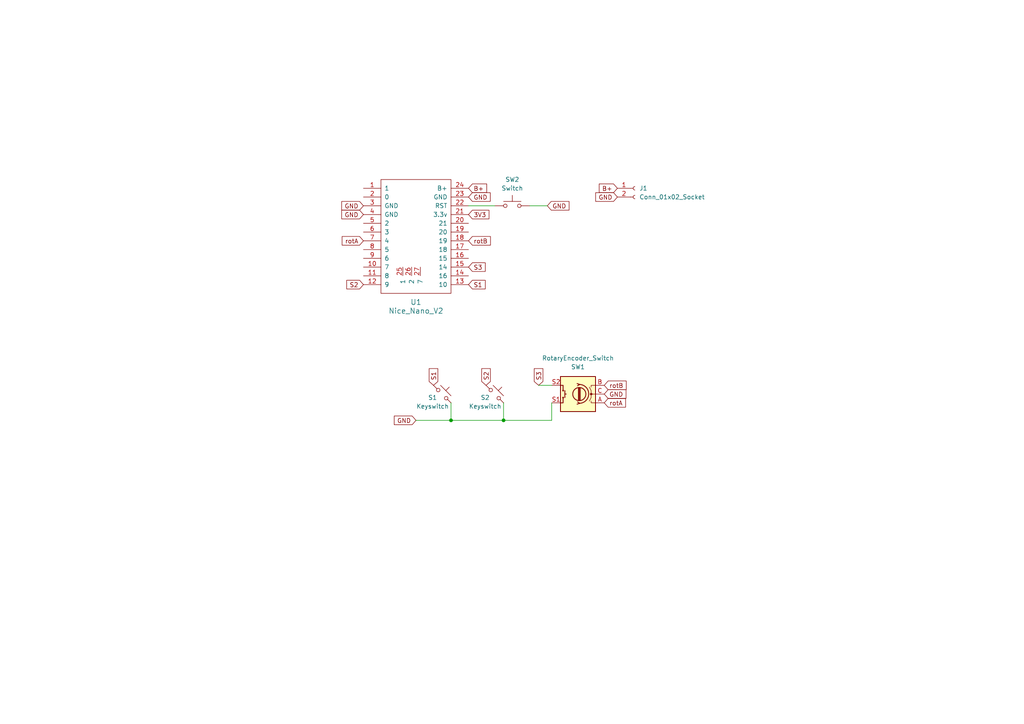
<source format=kicad_sch>
(kicad_sch
	(version 20231120)
	(generator "eeschema")
	(generator_version "8.0")
	(uuid "de9ea025-91b3-4151-974a-3e078444fbba")
	(paper "A4")
	(lib_symbols
		(symbol "Connector:Conn_01x02_Socket"
			(pin_names
				(offset 1.016) hide)
			(exclude_from_sim no)
			(in_bom yes)
			(on_board yes)
			(property "Reference" "J"
				(at 0 2.54 0)
				(effects
					(font
						(size 1.27 1.27)
					)
				)
			)
			(property "Value" "Conn_01x02_Socket"
				(at 0 -5.08 0)
				(effects
					(font
						(size 1.27 1.27)
					)
				)
			)
			(property "Footprint" ""
				(at 0 0 0)
				(effects
					(font
						(size 1.27 1.27)
					)
					(hide yes)
				)
			)
			(property "Datasheet" "~"
				(at 0 0 0)
				(effects
					(font
						(size 1.27 1.27)
					)
					(hide yes)
				)
			)
			(property "Description" "Generic connector, single row, 01x02, script generated"
				(at 0 0 0)
				(effects
					(font
						(size 1.27 1.27)
					)
					(hide yes)
				)
			)
			(property "ki_locked" ""
				(at 0 0 0)
				(effects
					(font
						(size 1.27 1.27)
					)
				)
			)
			(property "ki_keywords" "connector"
				(at 0 0 0)
				(effects
					(font
						(size 1.27 1.27)
					)
					(hide yes)
				)
			)
			(property "ki_fp_filters" "Connector*:*_1x??_*"
				(at 0 0 0)
				(effects
					(font
						(size 1.27 1.27)
					)
					(hide yes)
				)
			)
			(symbol "Conn_01x02_Socket_1_1"
				(arc
					(start 0 -2.032)
					(mid -0.5058 -2.54)
					(end 0 -3.048)
					(stroke
						(width 0.1524)
						(type default)
					)
					(fill
						(type none)
					)
				)
				(polyline
					(pts
						(xy -1.27 -2.54) (xy -0.508 -2.54)
					)
					(stroke
						(width 0.1524)
						(type default)
					)
					(fill
						(type none)
					)
				)
				(polyline
					(pts
						(xy -1.27 0) (xy -0.508 0)
					)
					(stroke
						(width 0.1524)
						(type default)
					)
					(fill
						(type none)
					)
				)
				(arc
					(start 0 0.508)
					(mid -0.5058 0)
					(end 0 -0.508)
					(stroke
						(width 0.1524)
						(type default)
					)
					(fill
						(type none)
					)
				)
				(pin passive line
					(at -5.08 0 0)
					(length 3.81)
					(name "Pin_1"
						(effects
							(font
								(size 1.27 1.27)
							)
						)
					)
					(number "1"
						(effects
							(font
								(size 1.27 1.27)
							)
						)
					)
				)
				(pin passive line
					(at -5.08 -2.54 0)
					(length 3.81)
					(name "Pin_2"
						(effects
							(font
								(size 1.27 1.27)
							)
						)
					)
					(number "2"
						(effects
							(font
								(size 1.27 1.27)
							)
						)
					)
				)
			)
		)
		(symbol "Device:RotaryEncoder_Switch"
			(pin_names
				(offset 0.254) hide)
			(exclude_from_sim no)
			(in_bom yes)
			(on_board yes)
			(property "Reference" "SW"
				(at 0 6.604 0)
				(effects
					(font
						(size 1.27 1.27)
					)
				)
			)
			(property "Value" "RotaryEncoder_Switch"
				(at 0 -6.604 0)
				(effects
					(font
						(size 1.27 1.27)
					)
				)
			)
			(property "Footprint" ""
				(at -3.81 4.064 0)
				(effects
					(font
						(size 1.27 1.27)
					)
					(hide yes)
				)
			)
			(property "Datasheet" "~"
				(at 0 6.604 0)
				(effects
					(font
						(size 1.27 1.27)
					)
					(hide yes)
				)
			)
			(property "Description" "Rotary encoder, dual channel, incremental quadrate outputs, with switch"
				(at 0 0 0)
				(effects
					(font
						(size 1.27 1.27)
					)
					(hide yes)
				)
			)
			(property "ki_keywords" "rotary switch encoder switch push button"
				(at 0 0 0)
				(effects
					(font
						(size 1.27 1.27)
					)
					(hide yes)
				)
			)
			(property "ki_fp_filters" "RotaryEncoder*Switch*"
				(at 0 0 0)
				(effects
					(font
						(size 1.27 1.27)
					)
					(hide yes)
				)
			)
			(symbol "RotaryEncoder_Switch_0_1"
				(rectangle
					(start -5.08 5.08)
					(end 5.08 -5.08)
					(stroke
						(width 0.254)
						(type default)
					)
					(fill
						(type background)
					)
				)
				(circle
					(center -3.81 0)
					(radius 0.254)
					(stroke
						(width 0)
						(type default)
					)
					(fill
						(type outline)
					)
				)
				(circle
					(center -0.381 0)
					(radius 1.905)
					(stroke
						(width 0.254)
						(type default)
					)
					(fill
						(type none)
					)
				)
				(arc
					(start -0.381 2.667)
					(mid -3.0988 -0.0635)
					(end -0.381 -2.794)
					(stroke
						(width 0.254)
						(type default)
					)
					(fill
						(type none)
					)
				)
				(polyline
					(pts
						(xy -0.635 -1.778) (xy -0.635 1.778)
					)
					(stroke
						(width 0.254)
						(type default)
					)
					(fill
						(type none)
					)
				)
				(polyline
					(pts
						(xy -0.381 -1.778) (xy -0.381 1.778)
					)
					(stroke
						(width 0.254)
						(type default)
					)
					(fill
						(type none)
					)
				)
				(polyline
					(pts
						(xy -0.127 1.778) (xy -0.127 -1.778)
					)
					(stroke
						(width 0.254)
						(type default)
					)
					(fill
						(type none)
					)
				)
				(polyline
					(pts
						(xy 3.81 0) (xy 3.429 0)
					)
					(stroke
						(width 0.254)
						(type default)
					)
					(fill
						(type none)
					)
				)
				(polyline
					(pts
						(xy 3.81 1.016) (xy 3.81 -1.016)
					)
					(stroke
						(width 0.254)
						(type default)
					)
					(fill
						(type none)
					)
				)
				(polyline
					(pts
						(xy -5.08 -2.54) (xy -3.81 -2.54) (xy -3.81 -2.032)
					)
					(stroke
						(width 0)
						(type default)
					)
					(fill
						(type none)
					)
				)
				(polyline
					(pts
						(xy -5.08 2.54) (xy -3.81 2.54) (xy -3.81 2.032)
					)
					(stroke
						(width 0)
						(type default)
					)
					(fill
						(type none)
					)
				)
				(polyline
					(pts
						(xy 0.254 -3.048) (xy -0.508 -2.794) (xy 0.127 -2.413)
					)
					(stroke
						(width 0.254)
						(type default)
					)
					(fill
						(type none)
					)
				)
				(polyline
					(pts
						(xy 0.254 2.921) (xy -0.508 2.667) (xy 0.127 2.286)
					)
					(stroke
						(width 0.254)
						(type default)
					)
					(fill
						(type none)
					)
				)
				(polyline
					(pts
						(xy 5.08 -2.54) (xy 4.318 -2.54) (xy 4.318 -1.016)
					)
					(stroke
						(width 0.254)
						(type default)
					)
					(fill
						(type none)
					)
				)
				(polyline
					(pts
						(xy 5.08 2.54) (xy 4.318 2.54) (xy 4.318 1.016)
					)
					(stroke
						(width 0.254)
						(type default)
					)
					(fill
						(type none)
					)
				)
				(polyline
					(pts
						(xy -5.08 0) (xy -3.81 0) (xy -3.81 -1.016) (xy -3.302 -2.032)
					)
					(stroke
						(width 0)
						(type default)
					)
					(fill
						(type none)
					)
				)
				(polyline
					(pts
						(xy -4.318 0) (xy -3.81 0) (xy -3.81 1.016) (xy -3.302 2.032)
					)
					(stroke
						(width 0)
						(type default)
					)
					(fill
						(type none)
					)
				)
				(circle
					(center 4.318 -1.016)
					(radius 0.127)
					(stroke
						(width 0.254)
						(type default)
					)
					(fill
						(type none)
					)
				)
				(circle
					(center 4.318 1.016)
					(radius 0.127)
					(stroke
						(width 0.254)
						(type default)
					)
					(fill
						(type none)
					)
				)
			)
			(symbol "RotaryEncoder_Switch_1_1"
				(pin passive line
					(at -7.62 2.54 0)
					(length 2.54)
					(name "A"
						(effects
							(font
								(size 1.27 1.27)
							)
						)
					)
					(number "A"
						(effects
							(font
								(size 1.27 1.27)
							)
						)
					)
				)
				(pin passive line
					(at -7.62 -2.54 0)
					(length 2.54)
					(name "B"
						(effects
							(font
								(size 1.27 1.27)
							)
						)
					)
					(number "B"
						(effects
							(font
								(size 1.27 1.27)
							)
						)
					)
				)
				(pin passive line
					(at -7.62 0 0)
					(length 2.54)
					(name "C"
						(effects
							(font
								(size 1.27 1.27)
							)
						)
					)
					(number "C"
						(effects
							(font
								(size 1.27 1.27)
							)
						)
					)
				)
				(pin passive line
					(at 7.62 2.54 180)
					(length 2.54)
					(name "S1"
						(effects
							(font
								(size 1.27 1.27)
							)
						)
					)
					(number "S1"
						(effects
							(font
								(size 1.27 1.27)
							)
						)
					)
				)
				(pin passive line
					(at 7.62 -2.54 180)
					(length 2.54)
					(name "S2"
						(effects
							(font
								(size 1.27 1.27)
							)
						)
					)
					(number "S2"
						(effects
							(font
								(size 1.27 1.27)
							)
						)
					)
				)
			)
		)
		(symbol "ScottoKeebs:MCU_Nice_Nano_V2"
			(pin_names
				(offset 1.016)
			)
			(exclude_from_sim no)
			(in_bom yes)
			(on_board yes)
			(property "Reference" "U"
				(at 0 0 0)
				(effects
					(font
						(size 1.524 1.524)
					)
				)
			)
			(property "Value" "Nice_Nano_V2"
				(at 0 -19.05 0)
				(effects
					(font
						(size 1.524 1.524)
					)
				)
			)
			(property "Footprint" "ScottoKeebs_MCU:Nice_Nano_V2"
				(at 0 -22.86 0)
				(effects
					(font
						(size 1.524 1.524)
					)
					(hide yes)
				)
			)
			(property "Datasheet" ""
				(at 26.67 -63.5 90)
				(effects
					(font
						(size 1.524 1.524)
					)
					(hide yes)
				)
			)
			(property "Description" ""
				(at 0 0 0)
				(effects
					(font
						(size 1.27 1.27)
					)
					(hide yes)
				)
			)
			(symbol "MCU_Nice_Nano_V2_0_1"
				(rectangle
					(start -10.16 16.51)
					(end 10.16 -16.51)
					(stroke
						(width 0)
						(type solid)
					)
					(fill
						(type none)
					)
				)
			)
			(symbol "MCU_Nice_Nano_V2_1_1"
				(pin input line
					(at -15.24 13.97 0)
					(length 5.08)
					(name "1"
						(effects
							(font
								(size 1.27 1.27)
							)
						)
					)
					(number "1"
						(effects
							(font
								(size 1.27 1.27)
							)
						)
					)
				)
				(pin input line
					(at -15.24 -8.89 0)
					(length 5.08)
					(name "7"
						(effects
							(font
								(size 1.27 1.27)
							)
						)
					)
					(number "10"
						(effects
							(font
								(size 1.27 1.27)
							)
						)
					)
				)
				(pin input line
					(at -15.24 -11.43 0)
					(length 5.08)
					(name "8"
						(effects
							(font
								(size 1.27 1.27)
							)
						)
					)
					(number "11"
						(effects
							(font
								(size 1.27 1.27)
							)
						)
					)
				)
				(pin input line
					(at -15.24 -13.97 0)
					(length 5.08)
					(name "9"
						(effects
							(font
								(size 1.27 1.27)
							)
						)
					)
					(number "12"
						(effects
							(font
								(size 1.27 1.27)
							)
						)
					)
				)
				(pin input line
					(at 15.24 -13.97 180)
					(length 5.08)
					(name "10"
						(effects
							(font
								(size 1.27 1.27)
							)
						)
					)
					(number "13"
						(effects
							(font
								(size 1.27 1.27)
							)
						)
					)
				)
				(pin input line
					(at 15.24 -11.43 180)
					(length 5.08)
					(name "16"
						(effects
							(font
								(size 1.27 1.27)
							)
						)
					)
					(number "14"
						(effects
							(font
								(size 1.27 1.27)
							)
						)
					)
				)
				(pin input line
					(at 15.24 -8.89 180)
					(length 5.08)
					(name "14"
						(effects
							(font
								(size 1.27 1.27)
							)
						)
					)
					(number "15"
						(effects
							(font
								(size 1.27 1.27)
							)
						)
					)
				)
				(pin input line
					(at 15.24 -6.35 180)
					(length 5.08)
					(name "15"
						(effects
							(font
								(size 1.27 1.27)
							)
						)
					)
					(number "16"
						(effects
							(font
								(size 1.27 1.27)
							)
						)
					)
				)
				(pin input line
					(at 15.24 -3.81 180)
					(length 5.08)
					(name "18"
						(effects
							(font
								(size 1.27 1.27)
							)
						)
					)
					(number "17"
						(effects
							(font
								(size 1.27 1.27)
							)
						)
					)
				)
				(pin input line
					(at 15.24 -1.27 180)
					(length 5.08)
					(name "19"
						(effects
							(font
								(size 1.27 1.27)
							)
						)
					)
					(number "18"
						(effects
							(font
								(size 1.27 1.27)
							)
						)
					)
				)
				(pin input line
					(at 15.24 1.27 180)
					(length 5.08)
					(name "20"
						(effects
							(font
								(size 1.27 1.27)
							)
						)
					)
					(number "19"
						(effects
							(font
								(size 1.27 1.27)
							)
						)
					)
				)
				(pin input line
					(at -15.24 11.43 0)
					(length 5.08)
					(name "0"
						(effects
							(font
								(size 1.27 1.27)
							)
						)
					)
					(number "2"
						(effects
							(font
								(size 1.27 1.27)
							)
						)
					)
				)
				(pin input line
					(at 15.24 3.81 180)
					(length 5.08)
					(name "21"
						(effects
							(font
								(size 1.27 1.27)
							)
						)
					)
					(number "20"
						(effects
							(font
								(size 1.27 1.27)
							)
						)
					)
				)
				(pin input line
					(at 15.24 6.35 180)
					(length 5.08)
					(name "3.3v"
						(effects
							(font
								(size 1.27 1.27)
							)
						)
					)
					(number "21"
						(effects
							(font
								(size 1.27 1.27)
							)
						)
					)
				)
				(pin input line
					(at 15.24 8.89 180)
					(length 5.08)
					(name "RST"
						(effects
							(font
								(size 1.27 1.27)
							)
						)
					)
					(number "22"
						(effects
							(font
								(size 1.27 1.27)
							)
						)
					)
				)
				(pin input line
					(at 15.24 11.43 180)
					(length 5.08)
					(name "GND"
						(effects
							(font
								(size 1.27 1.27)
							)
						)
					)
					(number "23"
						(effects
							(font
								(size 1.27 1.27)
							)
						)
					)
				)
				(pin input line
					(at 15.24 13.97 180)
					(length 5.08)
					(name "B+"
						(effects
							(font
								(size 1.27 1.27)
							)
						)
					)
					(number "24"
						(effects
							(font
								(size 1.27 1.27)
							)
						)
					)
				)
				(pin input line
					(at -3.81 -8.89 270)
					(length 2.5)
					(name "1"
						(effects
							(font
								(size 1.27 1.27)
							)
						)
					)
					(number "25"
						(effects
							(font
								(size 1.27 1.27)
							)
						)
					)
				)
				(pin input line
					(at -1.27 -8.89 270)
					(length 2.5)
					(name "2"
						(effects
							(font
								(size 1.27 1.27)
							)
						)
					)
					(number "26"
						(effects
							(font
								(size 1.27 1.27)
							)
						)
					)
				)
				(pin input line
					(at 1.27 -8.89 270)
					(length 2.5)
					(name "7"
						(effects
							(font
								(size 1.27 1.27)
							)
						)
					)
					(number "27"
						(effects
							(font
								(size 1.27 1.27)
							)
						)
					)
				)
				(pin input line
					(at -15.24 8.89 0)
					(length 5.08)
					(name "GND"
						(effects
							(font
								(size 1.27 1.27)
							)
						)
					)
					(number "3"
						(effects
							(font
								(size 1.27 1.27)
							)
						)
					)
				)
				(pin input line
					(at -15.24 6.35 0)
					(length 5.08)
					(name "GND"
						(effects
							(font
								(size 1.27 1.27)
							)
						)
					)
					(number "4"
						(effects
							(font
								(size 1.27 1.27)
							)
						)
					)
				)
				(pin input line
					(at -15.24 3.81 0)
					(length 5.08)
					(name "2"
						(effects
							(font
								(size 1.27 1.27)
							)
						)
					)
					(number "5"
						(effects
							(font
								(size 1.27 1.27)
							)
						)
					)
				)
				(pin input line
					(at -15.24 1.27 0)
					(length 5.08)
					(name "3"
						(effects
							(font
								(size 1.27 1.27)
							)
						)
					)
					(number "6"
						(effects
							(font
								(size 1.27 1.27)
							)
						)
					)
				)
				(pin input line
					(at -15.24 -1.27 0)
					(length 5.08)
					(name "4"
						(effects
							(font
								(size 1.27 1.27)
							)
						)
					)
					(number "7"
						(effects
							(font
								(size 1.27 1.27)
							)
						)
					)
				)
				(pin input line
					(at -15.24 -3.81 0)
					(length 5.08)
					(name "5"
						(effects
							(font
								(size 1.27 1.27)
							)
						)
					)
					(number "8"
						(effects
							(font
								(size 1.27 1.27)
							)
						)
					)
				)
				(pin input line
					(at -15.24 -6.35 0)
					(length 5.08)
					(name "6"
						(effects
							(font
								(size 1.27 1.27)
							)
						)
					)
					(number "9"
						(effects
							(font
								(size 1.27 1.27)
							)
						)
					)
				)
			)
		)
		(symbol "ScottoKeebs:Placeholder_Keyswitch"
			(pin_numbers hide)
			(pin_names
				(offset 1.016) hide)
			(exclude_from_sim no)
			(in_bom yes)
			(on_board yes)
			(property "Reference" "S"
				(at 3.048 1.016 0)
				(effects
					(font
						(size 1.27 1.27)
					)
					(justify left)
				)
			)
			(property "Value" "Keyswitch"
				(at 0 -3.81 0)
				(effects
					(font
						(size 1.27 1.27)
					)
				)
			)
			(property "Footprint" ""
				(at 0 0 0)
				(effects
					(font
						(size 1.27 1.27)
					)
					(hide yes)
				)
			)
			(property "Datasheet" "~"
				(at 0 0 0)
				(effects
					(font
						(size 1.27 1.27)
					)
					(hide yes)
				)
			)
			(property "Description" "Push button switch, normally open, two pins, 45° tilted"
				(at 0 0 0)
				(effects
					(font
						(size 1.27 1.27)
					)
					(hide yes)
				)
			)
			(property "ki_keywords" "switch normally-open pushbutton push-button"
				(at 0 0 0)
				(effects
					(font
						(size 1.27 1.27)
					)
					(hide yes)
				)
			)
			(symbol "Placeholder_Keyswitch_0_1"
				(circle
					(center -1.1684 1.1684)
					(radius 0.508)
					(stroke
						(width 0)
						(type default)
					)
					(fill
						(type none)
					)
				)
				(polyline
					(pts
						(xy -0.508 2.54) (xy 2.54 -0.508)
					)
					(stroke
						(width 0)
						(type default)
					)
					(fill
						(type none)
					)
				)
				(polyline
					(pts
						(xy 1.016 1.016) (xy 2.032 2.032)
					)
					(stroke
						(width 0)
						(type default)
					)
					(fill
						(type none)
					)
				)
				(polyline
					(pts
						(xy -2.54 2.54) (xy -1.524 1.524) (xy -1.524 1.524)
					)
					(stroke
						(width 0)
						(type default)
					)
					(fill
						(type none)
					)
				)
				(polyline
					(pts
						(xy 1.524 -1.524) (xy 2.54 -2.54) (xy 2.54 -2.54) (xy 2.54 -2.54)
					)
					(stroke
						(width 0)
						(type default)
					)
					(fill
						(type none)
					)
				)
				(circle
					(center 1.143 -1.1938)
					(radius 0.508)
					(stroke
						(width 0)
						(type default)
					)
					(fill
						(type none)
					)
				)
				(pin passive line
					(at -2.54 2.54 0)
					(length 0)
					(name "1"
						(effects
							(font
								(size 1.27 1.27)
							)
						)
					)
					(number "1"
						(effects
							(font
								(size 1.27 1.27)
							)
						)
					)
				)
				(pin passive line
					(at 2.54 -2.54 180)
					(length 0)
					(name "2"
						(effects
							(font
								(size 1.27 1.27)
							)
						)
					)
					(number "2"
						(effects
							(font
								(size 1.27 1.27)
							)
						)
					)
				)
			)
		)
		(symbol "ScottoKeebs:Placeholder_Switch"
			(pin_numbers hide)
			(pin_names
				(offset 1.016) hide)
			(exclude_from_sim no)
			(in_bom yes)
			(on_board yes)
			(property "Reference" "SW"
				(at 1.27 2.54 0)
				(effects
					(font
						(size 1.27 1.27)
					)
					(justify left)
				)
			)
			(property "Value" "Switch"
				(at 0 -1.524 0)
				(effects
					(font
						(size 1.27 1.27)
					)
				)
			)
			(property "Footprint" ""
				(at 0 5.08 0)
				(effects
					(font
						(size 1.27 1.27)
					)
					(hide yes)
				)
			)
			(property "Datasheet" "~"
				(at 0 5.08 0)
				(effects
					(font
						(size 1.27 1.27)
					)
					(hide yes)
				)
			)
			(property "Description" "Push button switch, generic, two pins"
				(at 0 0 0)
				(effects
					(font
						(size 1.27 1.27)
					)
					(hide yes)
				)
			)
			(property "ki_keywords" "switch normally-open pushbutton push-button"
				(at 0 0 0)
				(effects
					(font
						(size 1.27 1.27)
					)
					(hide yes)
				)
			)
			(symbol "Placeholder_Switch_0_1"
				(circle
					(center -2.032 0)
					(radius 0.508)
					(stroke
						(width 0)
						(type default)
					)
					(fill
						(type none)
					)
				)
				(polyline
					(pts
						(xy 0 1.27) (xy 0 3.048)
					)
					(stroke
						(width 0)
						(type default)
					)
					(fill
						(type none)
					)
				)
				(polyline
					(pts
						(xy 2.54 1.27) (xy -2.54 1.27)
					)
					(stroke
						(width 0)
						(type default)
					)
					(fill
						(type none)
					)
				)
				(circle
					(center 2.032 0)
					(radius 0.508)
					(stroke
						(width 0)
						(type default)
					)
					(fill
						(type none)
					)
				)
				(pin passive line
					(at -5.08 0 0)
					(length 2.54)
					(name "1"
						(effects
							(font
								(size 1.27 1.27)
							)
						)
					)
					(number "1"
						(effects
							(font
								(size 1.27 1.27)
							)
						)
					)
				)
				(pin passive line
					(at 5.08 0 180)
					(length 2.54)
					(name "2"
						(effects
							(font
								(size 1.27 1.27)
							)
						)
					)
					(number "2"
						(effects
							(font
								(size 1.27 1.27)
							)
						)
					)
				)
			)
		)
	)
	(junction
		(at 146.05 121.92)
		(diameter 0)
		(color 0 0 0 0)
		(uuid "38af2d4e-9263-489c-a209-4b78b9538633")
	)
	(junction
		(at 130.81 121.92)
		(diameter 0)
		(color 0 0 0 0)
		(uuid "5bd97fc1-e289-43fe-931c-f6d162616691")
	)
	(wire
		(pts
			(xy 143.51 59.69) (xy 135.89 59.69)
		)
		(stroke
			(width 0)
			(type default)
		)
		(uuid "042013d2-4475-4d8e-8571-01657da97a92")
	)
	(wire
		(pts
			(xy 156.21 111.76) (xy 160.02 111.76)
		)
		(stroke
			(width 0)
			(type default)
		)
		(uuid "145aac45-3327-435c-9407-0f0a1d32844d")
	)
	(wire
		(pts
			(xy 158.75 59.69) (xy 153.67 59.69)
		)
		(stroke
			(width 0)
			(type default)
		)
		(uuid "3a525680-02e9-4628-aec3-bd4e172d990d")
	)
	(wire
		(pts
			(xy 160.02 121.92) (xy 160.02 116.84)
		)
		(stroke
			(width 0)
			(type default)
		)
		(uuid "3beec1b6-31a0-42cd-b6c1-15ad697f444f")
	)
	(wire
		(pts
			(xy 146.05 121.92) (xy 160.02 121.92)
		)
		(stroke
			(width 0)
			(type default)
		)
		(uuid "44aeec53-651f-4ac7-88e3-67f8fe60b232")
	)
	(wire
		(pts
			(xy 130.81 121.92) (xy 130.81 116.84)
		)
		(stroke
			(width 0)
			(type default)
		)
		(uuid "4f7c1182-c01c-4926-93dd-59950630d3ab")
	)
	(wire
		(pts
			(xy 130.81 121.92) (xy 146.05 121.92)
		)
		(stroke
			(width 0)
			(type default)
		)
		(uuid "569bcee8-7f94-4270-940e-b2fe9ebaaadf")
	)
	(wire
		(pts
			(xy 146.05 121.92) (xy 146.05 116.84)
		)
		(stroke
			(width 0)
			(type default)
		)
		(uuid "a87a8ffd-862c-4ff0-a87e-169d4a9e32f6")
	)
	(wire
		(pts
			(xy 120.65 121.92) (xy 130.81 121.92)
		)
		(stroke
			(width 0)
			(type default)
		)
		(uuid "d8bafd5d-005f-415f-a2cf-ad6a5012a507")
	)
	(global_label "rotB"
		(shape input)
		(at 175.26 111.76 0)
		(fields_autoplaced yes)
		(effects
			(font
				(size 1.27 1.27)
			)
			(justify left)
		)
		(uuid "121a3cbd-5056-4ba2-8cd6-9619c23a40be")
		(property "Intersheetrefs" "${INTERSHEET_REFS}"
			(at 182.1761 111.76 0)
			(effects
				(font
					(size 1.27 1.27)
				)
				(justify left)
				(hide yes)
			)
		)
	)
	(global_label "GND"
		(shape input)
		(at 105.41 62.23 180)
		(fields_autoplaced yes)
		(effects
			(font
				(size 1.27 1.27)
			)
			(justify right)
		)
		(uuid "1a9a6949-3d11-4091-a53d-3abe42fdf34a")
		(property "Intersheetrefs" "${INTERSHEET_REFS}"
			(at 98.5543 62.23 0)
			(effects
				(font
					(size 1.27 1.27)
				)
				(justify right)
				(hide yes)
			)
		)
	)
	(global_label "B+"
		(shape input)
		(at 179.07 54.61 180)
		(fields_autoplaced yes)
		(effects
			(font
				(size 1.27 1.27)
			)
			(justify right)
		)
		(uuid "35c612ee-2625-4d90-96d7-4efcc1bf7052")
		(property "Intersheetrefs" "${INTERSHEET_REFS}"
			(at 173.2424 54.61 0)
			(effects
				(font
					(size 1.27 1.27)
				)
				(justify right)
				(hide yes)
			)
		)
	)
	(global_label "3V3"
		(shape input)
		(at 135.89 62.23 0)
		(fields_autoplaced yes)
		(effects
			(font
				(size 1.27 1.27)
			)
			(justify left)
		)
		(uuid "53a45a3b-1bd4-4055-a732-e4eb4b9deef4")
		(property "Intersheetrefs" "${INTERSHEET_REFS}"
			(at 142.3828 62.23 0)
			(effects
				(font
					(size 1.27 1.27)
				)
				(justify left)
				(hide yes)
			)
		)
	)
	(global_label "GND"
		(shape input)
		(at 135.89 57.15 0)
		(fields_autoplaced yes)
		(effects
			(font
				(size 1.27 1.27)
			)
			(justify left)
		)
		(uuid "560113f5-85b9-4489-8738-33e57527d71a")
		(property "Intersheetrefs" "${INTERSHEET_REFS}"
			(at 142.7457 57.15 0)
			(effects
				(font
					(size 1.27 1.27)
				)
				(justify left)
				(hide yes)
			)
		)
	)
	(global_label "GND"
		(shape input)
		(at 120.65 121.92 180)
		(fields_autoplaced yes)
		(effects
			(font
				(size 1.27 1.27)
			)
			(justify right)
		)
		(uuid "5cd4f315-03c2-48d9-8038-5c59f71af958")
		(property "Intersheetrefs" "${INTERSHEET_REFS}"
			(at 113.7943 121.92 0)
			(effects
				(font
					(size 1.27 1.27)
				)
				(justify right)
				(hide yes)
			)
		)
	)
	(global_label "S3"
		(shape input)
		(at 156.21 111.76 90)
		(fields_autoplaced yes)
		(effects
			(font
				(size 1.27 1.27)
			)
			(justify left)
		)
		(uuid "639e6cef-908d-4437-930c-4faa304ae03f")
		(property "Intersheetrefs" "${INTERSHEET_REFS}"
			(at 156.21 106.3558 90)
			(effects
				(font
					(size 1.27 1.27)
				)
				(justify left)
				(hide yes)
			)
		)
	)
	(global_label "B+"
		(shape input)
		(at 135.89 54.61 0)
		(fields_autoplaced yes)
		(effects
			(font
				(size 1.27 1.27)
			)
			(justify left)
		)
		(uuid "715a6b62-ed14-4ecd-8b61-2e3b251f2b66")
		(property "Intersheetrefs" "${INTERSHEET_REFS}"
			(at 141.7176 54.61 0)
			(effects
				(font
					(size 1.27 1.27)
				)
				(justify left)
				(hide yes)
			)
		)
	)
	(global_label "S2"
		(shape input)
		(at 140.97 111.76 90)
		(fields_autoplaced yes)
		(effects
			(font
				(size 1.27 1.27)
			)
			(justify left)
		)
		(uuid "823f8fee-d141-42f2-a9d6-d98df23370f5")
		(property "Intersheetrefs" "${INTERSHEET_REFS}"
			(at 140.97 106.3558 90)
			(effects
				(font
					(size 1.27 1.27)
				)
				(justify left)
				(hide yes)
			)
		)
	)
	(global_label "S2"
		(shape input)
		(at 105.41 82.55 180)
		(fields_autoplaced yes)
		(effects
			(font
				(size 1.27 1.27)
			)
			(justify right)
		)
		(uuid "89a3c4c2-758d-4c58-b1bd-2d7048d410c9")
		(property "Intersheetrefs" "${INTERSHEET_REFS}"
			(at 100.0058 82.55 0)
			(effects
				(font
					(size 1.27 1.27)
				)
				(justify right)
				(hide yes)
			)
		)
	)
	(global_label "rotA"
		(shape input)
		(at 175.26 116.84 0)
		(fields_autoplaced yes)
		(effects
			(font
				(size 1.27 1.27)
			)
			(justify left)
		)
		(uuid "9b9a92f8-43b4-4442-8ea2-38b47273a7ef")
		(property "Intersheetrefs" "${INTERSHEET_REFS}"
			(at 181.9947 116.84 0)
			(effects
				(font
					(size 1.27 1.27)
				)
				(justify left)
				(hide yes)
			)
		)
	)
	(global_label "S3"
		(shape input)
		(at 135.89 77.47 0)
		(fields_autoplaced yes)
		(effects
			(font
				(size 1.27 1.27)
			)
			(justify left)
		)
		(uuid "ac39bce1-eaf5-4eb8-b7e8-9349ed59e352")
		(property "Intersheetrefs" "${INTERSHEET_REFS}"
			(at 141.2942 77.47 0)
			(effects
				(font
					(size 1.27 1.27)
				)
				(justify left)
				(hide yes)
			)
		)
	)
	(global_label "GND"
		(shape input)
		(at 105.41 59.69 180)
		(fields_autoplaced yes)
		(effects
			(font
				(size 1.27 1.27)
			)
			(justify right)
		)
		(uuid "b3af7230-e3c6-44ef-8984-e33029b06390")
		(property "Intersheetrefs" "${INTERSHEET_REFS}"
			(at 98.5543 59.69 0)
			(effects
				(font
					(size 1.27 1.27)
				)
				(justify right)
				(hide yes)
			)
		)
	)
	(global_label "GND"
		(shape input)
		(at 179.07 57.15 180)
		(fields_autoplaced yes)
		(effects
			(font
				(size 1.27 1.27)
			)
			(justify right)
		)
		(uuid "b81c22ef-8254-4852-bc33-8e7e104e6be8")
		(property "Intersheetrefs" "${INTERSHEET_REFS}"
			(at 172.2143 57.15 0)
			(effects
				(font
					(size 1.27 1.27)
				)
				(justify right)
				(hide yes)
			)
		)
	)
	(global_label "rotB"
		(shape input)
		(at 135.89 69.85 0)
		(fields_autoplaced yes)
		(effects
			(font
				(size 1.27 1.27)
			)
			(justify left)
		)
		(uuid "ba2a0e83-83a4-46bb-8331-4847a3c2fba4")
		(property "Intersheetrefs" "${INTERSHEET_REFS}"
			(at 142.8061 69.85 0)
			(effects
				(font
					(size 1.27 1.27)
				)
				(justify left)
				(hide yes)
			)
		)
	)
	(global_label "rotA"
		(shape input)
		(at 105.41 69.85 180)
		(fields_autoplaced yes)
		(effects
			(font
				(size 1.27 1.27)
			)
			(justify right)
		)
		(uuid "c3ed5c66-9c4c-4f04-86eb-047d3cafb1d0")
		(property "Intersheetrefs" "${INTERSHEET_REFS}"
			(at 98.6753 69.85 0)
			(effects
				(font
					(size 1.27 1.27)
				)
				(justify right)
				(hide yes)
			)
		)
	)
	(global_label "GND"
		(shape input)
		(at 158.75 59.69 0)
		(fields_autoplaced yes)
		(effects
			(font
				(size 1.27 1.27)
			)
			(justify left)
		)
		(uuid "d1ba7457-a865-4e16-af39-9b9f6e29acde")
		(property "Intersheetrefs" "${INTERSHEET_REFS}"
			(at 165.6057 59.69 0)
			(effects
				(font
					(size 1.27 1.27)
				)
				(justify left)
				(hide yes)
			)
		)
	)
	(global_label "S1"
		(shape input)
		(at 135.89 82.55 0)
		(fields_autoplaced yes)
		(effects
			(font
				(size 1.27 1.27)
			)
			(justify left)
		)
		(uuid "ecaab7d1-980e-44ea-940c-6a49ddd78c03")
		(property "Intersheetrefs" "${INTERSHEET_REFS}"
			(at 141.2942 82.55 0)
			(effects
				(font
					(size 1.27 1.27)
				)
				(justify left)
				(hide yes)
			)
		)
	)
	(global_label "GND"
		(shape input)
		(at 175.26 114.3 0)
		(fields_autoplaced yes)
		(effects
			(font
				(size 1.27 1.27)
			)
			(justify left)
		)
		(uuid "f5739f4a-e01e-4fa9-88da-401cdd01f2c7")
		(property "Intersheetrefs" "${INTERSHEET_REFS}"
			(at 182.1157 114.3 0)
			(effects
				(font
					(size 1.27 1.27)
				)
				(justify left)
				(hide yes)
			)
		)
	)
	(global_label "S1"
		(shape input)
		(at 125.73 111.76 90)
		(fields_autoplaced yes)
		(effects
			(font
				(size 1.27 1.27)
			)
			(justify left)
		)
		(uuid "fe78e4a6-9d09-4fbf-b695-6ae1ac586595")
		(property "Intersheetrefs" "${INTERSHEET_REFS}"
			(at 125.73 106.3558 90)
			(effects
				(font
					(size 1.27 1.27)
				)
				(justify left)
				(hide yes)
			)
		)
	)
	(symbol
		(lib_id "ScottoKeebs:Placeholder_Keyswitch")
		(at 143.51 114.3 0)
		(unit 1)
		(exclude_from_sim no)
		(in_bom yes)
		(on_board yes)
		(dnp no)
		(uuid "0062e9fd-c1c2-448b-8756-70d88c2500b4")
		(property "Reference" "S2"
			(at 140.716 115.316 0)
			(effects
				(font
					(size 1.27 1.27)
				)
			)
		)
		(property "Value" "Keyswitch"
			(at 140.716 117.856 0)
			(effects
				(font
					(size 1.27 1.27)
				)
			)
		)
		(property "Footprint" "ScottoKeebs_MX:MX_PCB_1.00u"
			(at 143.51 114.3 0)
			(effects
				(font
					(size 1.27 1.27)
				)
				(hide yes)
			)
		)
		(property "Datasheet" "~"
			(at 143.51 114.3 0)
			(effects
				(font
					(size 1.27 1.27)
				)
				(hide yes)
			)
		)
		(property "Description" "Push button switch, normally open, two pins, 45° tilted"
			(at 143.51 114.3 0)
			(effects
				(font
					(size 1.27 1.27)
				)
				(hide yes)
			)
		)
		(pin "1"
			(uuid "0ca75d29-4873-4dab-b60b-4b7a38cecb7d")
		)
		(pin "2"
			(uuid "400111fd-b175-41cb-adbf-62de5e506f03")
		)
		(instances
			(project "macroknob"
				(path "/de9ea025-91b3-4151-974a-3e078444fbba"
					(reference "S2")
					(unit 1)
				)
			)
		)
	)
	(symbol
		(lib_id "Device:RotaryEncoder_Switch")
		(at 167.64 114.3 180)
		(unit 1)
		(exclude_from_sim no)
		(in_bom yes)
		(on_board yes)
		(dnp no)
		(uuid "21a74079-35b6-4683-ae86-5bdd73a62ce3")
		(property "Reference" "SW1"
			(at 167.64 106.426 0)
			(effects
				(font
					(size 1.27 1.27)
				)
			)
		)
		(property "Value" "RotaryEncoder_Switch"
			(at 167.64 103.886 0)
			(effects
				(font
					(size 1.27 1.27)
				)
			)
		)
		(property "Footprint" "ScottoKeebs_Scotto:Encoder_EC11_MX"
			(at 171.45 118.364 0)
			(effects
				(font
					(size 1.27 1.27)
				)
				(hide yes)
			)
		)
		(property "Datasheet" "~"
			(at 167.64 120.904 0)
			(effects
				(font
					(size 1.27 1.27)
				)
				(hide yes)
			)
		)
		(property "Description" "Rotary encoder, dual channel, incremental quadrate outputs, with switch"
			(at 167.64 114.3 0)
			(effects
				(font
					(size 1.27 1.27)
				)
				(hide yes)
			)
		)
		(pin "S1"
			(uuid "bbd99c6a-76cc-41e6-ac75-255635aa02c2")
		)
		(pin "B"
			(uuid "da7facb3-0111-4dc6-aca3-07c67c140299")
		)
		(pin "A"
			(uuid "904e1915-9da9-4209-8036-add6162fbc51")
		)
		(pin "S2"
			(uuid "fb21f257-ee47-48d4-8b3d-ff1a007b21bc")
		)
		(pin "C"
			(uuid "9e00d9a8-1ddf-4dd5-91b9-8f2237b64191")
		)
		(instances
			(project ""
				(path "/de9ea025-91b3-4151-974a-3e078444fbba"
					(reference "SW1")
					(unit 1)
				)
			)
		)
	)
	(symbol
		(lib_id "ScottoKeebs:Placeholder_Keyswitch")
		(at 128.27 114.3 0)
		(unit 1)
		(exclude_from_sim no)
		(in_bom yes)
		(on_board yes)
		(dnp no)
		(uuid "38d02c24-1943-41ca-af9b-37096bee706e")
		(property "Reference" "S1"
			(at 125.476 115.316 0)
			(effects
				(font
					(size 1.27 1.27)
				)
			)
		)
		(property "Value" "Keyswitch"
			(at 125.476 117.856 0)
			(effects
				(font
					(size 1.27 1.27)
				)
			)
		)
		(property "Footprint" "ScottoKeebs_MX:MX_PCB_1.00u"
			(at 128.27 114.3 0)
			(effects
				(font
					(size 1.27 1.27)
				)
				(hide yes)
			)
		)
		(property "Datasheet" "~"
			(at 128.27 114.3 0)
			(effects
				(font
					(size 1.27 1.27)
				)
				(hide yes)
			)
		)
		(property "Description" "Push button switch, normally open, two pins, 45° tilted"
			(at 128.27 114.3 0)
			(effects
				(font
					(size 1.27 1.27)
				)
				(hide yes)
			)
		)
		(pin "1"
			(uuid "580b6aa8-3239-410c-a383-e9827d8927f8")
		)
		(pin "2"
			(uuid "c84fbbfa-5a91-4d18-84a8-0083e567ce51")
		)
		(instances
			(project ""
				(path "/de9ea025-91b3-4151-974a-3e078444fbba"
					(reference "S1")
					(unit 1)
				)
			)
		)
	)
	(symbol
		(lib_id "Connector:Conn_01x02_Socket")
		(at 184.15 54.61 0)
		(unit 1)
		(exclude_from_sim no)
		(in_bom yes)
		(on_board yes)
		(dnp no)
		(fields_autoplaced yes)
		(uuid "8f5ffd0a-b258-48cc-8d81-3fa9793de5e0")
		(property "Reference" "J1"
			(at 185.42 54.6099 0)
			(effects
				(font
					(size 1.27 1.27)
				)
				(justify left)
			)
		)
		(property "Value" "Conn_01x02_Socket"
			(at 185.42 57.1499 0)
			(effects
				(font
					(size 1.27 1.27)
				)
				(justify left)
			)
		)
		(property "Footprint" "Connector_JST:JST_PH_S2B-PH-K_1x02_P2.00mm_Horizontal"
			(at 184.15 54.61 0)
			(effects
				(font
					(size 1.27 1.27)
				)
				(hide yes)
			)
		)
		(property "Datasheet" "~"
			(at 184.15 54.61 0)
			(effects
				(font
					(size 1.27 1.27)
				)
				(hide yes)
			)
		)
		(property "Description" "Generic connector, single row, 01x02, script generated"
			(at 184.15 54.61 0)
			(effects
				(font
					(size 1.27 1.27)
				)
				(hide yes)
			)
		)
		(pin "2"
			(uuid "839bb410-7d4a-4efa-b3dd-05c967e23c25")
		)
		(pin "1"
			(uuid "d3475ba3-e585-4deb-bb4c-7fbab45e623d")
		)
		(instances
			(project ""
				(path "/de9ea025-91b3-4151-974a-3e078444fbba"
					(reference "J1")
					(unit 1)
				)
			)
		)
	)
	(symbol
		(lib_id "ScottoKeebs:MCU_Nice_Nano_V2")
		(at 120.65 68.58 0)
		(unit 1)
		(exclude_from_sim no)
		(in_bom yes)
		(on_board yes)
		(dnp no)
		(fields_autoplaced yes)
		(uuid "c76d2f13-2968-485c-b136-1f44ce209b50")
		(property "Reference" "U1"
			(at 120.65 87.63 0)
			(effects
				(font
					(size 1.524 1.524)
				)
			)
		)
		(property "Value" "Nice_Nano_V2"
			(at 120.65 90.17 0)
			(effects
				(font
					(size 1.524 1.524)
				)
			)
		)
		(property "Footprint" "ScottoKeebs_MCU:Nice_Nano_V2"
			(at 120.65 91.44 0)
			(effects
				(font
					(size 1.524 1.524)
				)
				(hide yes)
			)
		)
		(property "Datasheet" ""
			(at 147.32 132.08 90)
			(effects
				(font
					(size 1.524 1.524)
				)
				(hide yes)
			)
		)
		(property "Description" ""
			(at 120.65 68.58 0)
			(effects
				(font
					(size 1.27 1.27)
				)
				(hide yes)
			)
		)
		(pin "7"
			(uuid "a4fce22f-8555-4a4e-90d2-34ea24752c62")
		)
		(pin "9"
			(uuid "3634ab29-83e7-4178-84c9-20c4bd789f03")
		)
		(pin "8"
			(uuid "9f20930e-c7de-4a0d-b22a-4599220ca685")
		)
		(pin "6"
			(uuid "d873bc5d-f244-4cc8-be3b-a70a0211debc")
		)
		(pin "5"
			(uuid "24b7ea24-7cb5-4682-be63-aaf9d14c5725")
		)
		(pin "4"
			(uuid "5bd87c1e-a0f1-485b-b5a2-1338172aee76")
		)
		(pin "20"
			(uuid "73d82569-35f0-48d8-9354-ef226097a35d")
		)
		(pin "10"
			(uuid "d82e7798-2abe-4e33-89ef-2a408bd9d4a1")
		)
		(pin "12"
			(uuid "1eb7dd66-e669-49f0-af58-537d43dff6b5")
		)
		(pin "16"
			(uuid "634dfdb8-533e-45ce-b466-f92f101f8856")
		)
		(pin "19"
			(uuid "dce58a8a-7a13-44ed-a201-dbdaa63551e8")
		)
		(pin "13"
			(uuid "c64a011a-e40b-439d-ab66-632968d4f122")
		)
		(pin "11"
			(uuid "2470b203-31ab-4787-97c8-f1314ed71e6d")
		)
		(pin "2"
			(uuid "77295e5b-e9cb-48b7-8419-523818cba14a")
		)
		(pin "17"
			(uuid "cafe9da9-34ee-4206-930f-3d99220a44dc")
		)
		(pin "23"
			(uuid "51bd957d-ca2c-4ddd-beee-5998373132c2")
		)
		(pin "1"
			(uuid "3d8f58dd-0f25-45fa-accd-a9b9a978c94f")
		)
		(pin "24"
			(uuid "bdf151f6-1168-4311-ae94-845dc0bdf308")
		)
		(pin "22"
			(uuid "ac4e57e8-fe6b-459b-a3e8-1053c00f26e5")
		)
		(pin "26"
			(uuid "c6b791e2-ad70-4b8d-a289-5764e1193e52")
		)
		(pin "25"
			(uuid "3ddb3346-ba26-4da7-a189-6be8bda57ae0")
		)
		(pin "15"
			(uuid "a1f40e4a-08a4-4b9c-86c7-7339e3e696e0")
		)
		(pin "27"
			(uuid "0a6b1fbd-1071-413d-bc61-6332c95f77db")
		)
		(pin "18"
			(uuid "ed994539-7d65-449d-9886-16628dab0a08")
		)
		(pin "21"
			(uuid "19db5e51-48a0-48e8-9b04-8eb4d1ac2f99")
		)
		(pin "3"
			(uuid "1afdf1db-996f-49e4-800e-fdf9d0a88b24")
		)
		(pin "14"
			(uuid "3192a14f-055d-40e2-83ce-e28181b717ec")
		)
		(instances
			(project ""
				(path "/de9ea025-91b3-4151-974a-3e078444fbba"
					(reference "U1")
					(unit 1)
				)
			)
		)
	)
	(symbol
		(lib_id "ScottoKeebs:Placeholder_Switch")
		(at 148.59 59.69 0)
		(unit 1)
		(exclude_from_sim no)
		(in_bom yes)
		(on_board yes)
		(dnp no)
		(fields_autoplaced yes)
		(uuid "cd74240f-7cb3-4035-8d0e-57914f768d88")
		(property "Reference" "SW2"
			(at 148.59 52.07 0)
			(effects
				(font
					(size 1.27 1.27)
				)
			)
		)
		(property "Value" "Switch"
			(at 148.59 54.61 0)
			(effects
				(font
					(size 1.27 1.27)
				)
			)
		)
		(property "Footprint" "Button_Switch_SMD:SW_SPST_PTS810"
			(at 148.59 54.61 0)
			(effects
				(font
					(size 1.27 1.27)
				)
				(hide yes)
			)
		)
		(property "Datasheet" "~"
			(at 148.59 54.61 0)
			(effects
				(font
					(size 1.27 1.27)
				)
				(hide yes)
			)
		)
		(property "Description" "Push button switch, generic, two pins"
			(at 148.59 59.69 0)
			(effects
				(font
					(size 1.27 1.27)
				)
				(hide yes)
			)
		)
		(pin "2"
			(uuid "d8b49f17-d013-4846-8808-8a01620b44ed")
		)
		(pin "1"
			(uuid "1e235bc2-b92c-4ecd-8bd5-1ace4f25da7b")
		)
		(instances
			(project ""
				(path "/de9ea025-91b3-4151-974a-3e078444fbba"
					(reference "SW2")
					(unit 1)
				)
			)
		)
	)
	(sheet_instances
		(path "/"
			(page "1")
		)
	)
)

</source>
